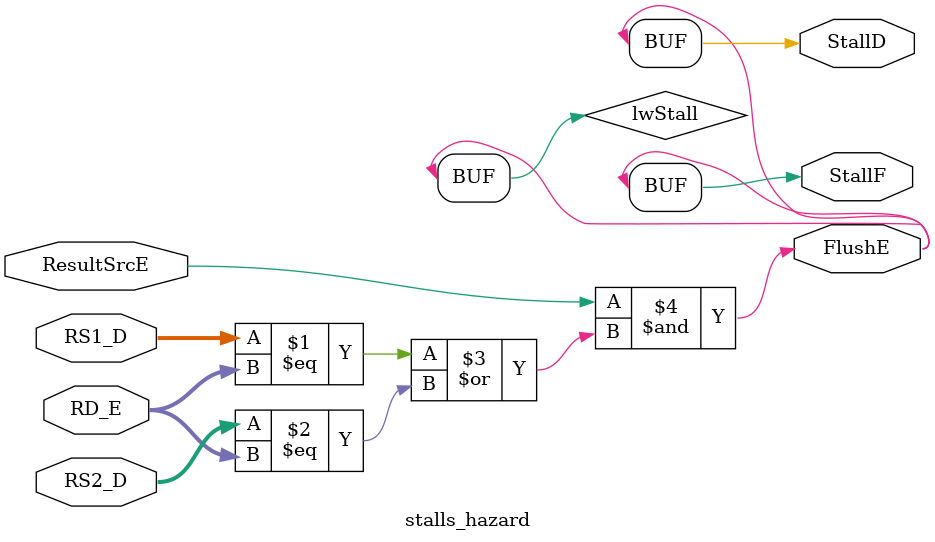
<source format=v>
module stalls_hazard(ResultSrcE,RS1_D,RS2_D,RD_E,StallF,StallD,FlushE);

    //Declare I/Os
    input ResultSrcE;
    input [4:0] RD_E;
    input [4:0] RS1_D,RS2_D;
    output StallF,StallD,FlushE;

    //Extract RS1D & RS2D from InstrD
   // wire [4:0] RS1_D = InstrD[19:15];
    //wire [4:0] RS2_D = InstrD[24:20];

    // Compute lwStall based on load word dependency
    wire lwStall;
    //Logic
    assign lwStall = ResultSrcE & ((RS1_D == RD_E) | (RS2_D == RD_E));
    assign StallF = lwStall;
    assign StallD = lwStall;
    assign FlushE = lwStall;
  
endmodule
</source>
